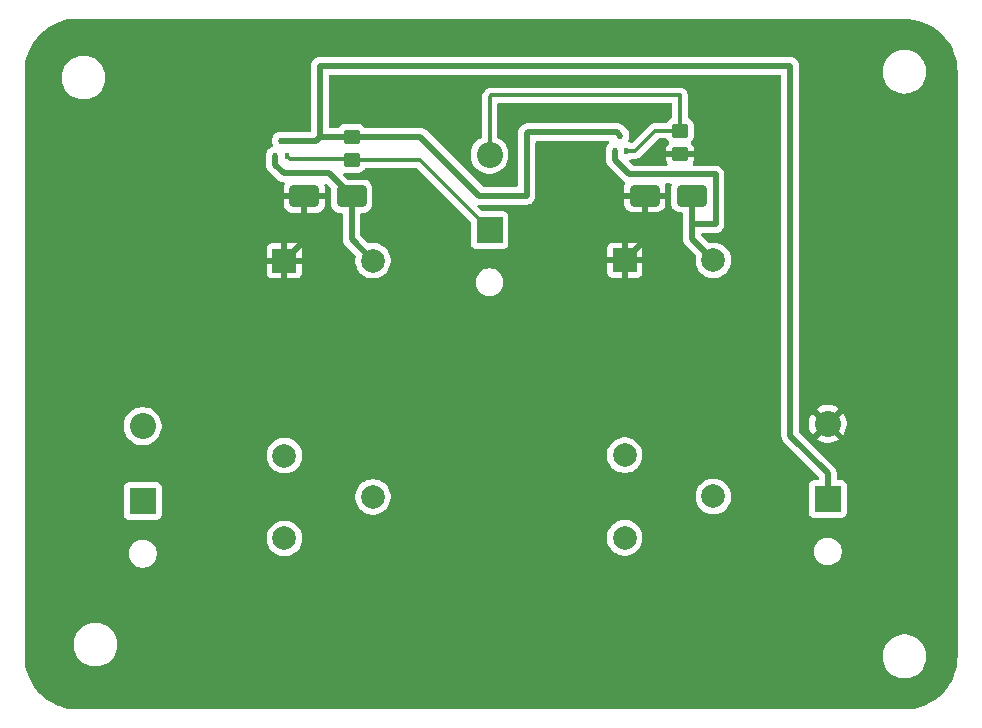
<source format=gtl>
G04 #@! TF.GenerationSoftware,KiCad,Pcbnew,9.0.0*
G04 #@! TF.CreationDate,2025-04-14T20:21:17-05:00*
G04 #@! TF.ProjectId,Charging_PCB,43686172-6769-46e6-975f-5043422e6b69,rev?*
G04 #@! TF.SameCoordinates,Original*
G04 #@! TF.FileFunction,Copper,L1,Top*
G04 #@! TF.FilePolarity,Positive*
%FSLAX46Y46*%
G04 Gerber Fmt 4.6, Leading zero omitted, Abs format (unit mm)*
G04 Created by KiCad (PCBNEW 9.0.0) date 2025-04-14 20:21:17*
%MOMM*%
%LPD*%
G01*
G04 APERTURE LIST*
G04 Aperture macros list*
%AMRoundRect*
0 Rectangle with rounded corners*
0 $1 Rounding radius*
0 $2 $3 $4 $5 $6 $7 $8 $9 X,Y pos of 4 corners*
0 Add a 4 corners polygon primitive as box body*
4,1,4,$2,$3,$4,$5,$6,$7,$8,$9,$2,$3,0*
0 Add four circle primitives for the rounded corners*
1,1,$1+$1,$2,$3*
1,1,$1+$1,$4,$5*
1,1,$1+$1,$6,$7*
1,1,$1+$1,$8,$9*
0 Add four rect primitives between the rounded corners*
20,1,$1+$1,$2,$3,$4,$5,0*
20,1,$1+$1,$4,$5,$6,$7,0*
20,1,$1+$1,$6,$7,$8,$9,0*
20,1,$1+$1,$8,$9,$2,$3,0*%
G04 Aperture macros list end*
G04 #@! TA.AperFunction,ComponentPad*
%ADD10R,2.210000X2.210000*%
G04 #@! TD*
G04 #@! TA.AperFunction,ComponentPad*
%ADD11C,2.210000*%
G04 #@! TD*
G04 #@! TA.AperFunction,ComponentPad*
%ADD12C,2.000000*%
G04 #@! TD*
G04 #@! TA.AperFunction,ComponentPad*
%ADD13R,2.000000X2.000000*%
G04 #@! TD*
G04 #@! TA.AperFunction,SMDPad,CuDef*
%ADD14RoundRect,0.250000X-0.450000X0.350000X-0.450000X-0.350000X0.450000X-0.350000X0.450000X0.350000X0*%
G04 #@! TD*
G04 #@! TA.AperFunction,SMDPad,CuDef*
%ADD15RoundRect,0.100000X-0.100000X0.155000X-0.100000X-0.155000X0.100000X-0.155000X0.100000X0.155000X0*%
G04 #@! TD*
G04 #@! TA.AperFunction,SMDPad,CuDef*
%ADD16RoundRect,0.250000X1.000000X0.650000X-1.000000X0.650000X-1.000000X-0.650000X1.000000X-0.650000X0*%
G04 #@! TD*
G04 #@! TA.AperFunction,Conductor*
%ADD17C,0.500000*%
G04 #@! TD*
G04 #@! TA.AperFunction,Conductor*
%ADD18C,0.200000*%
G04 #@! TD*
G04 #@! TA.AperFunction,Conductor*
%ADD19C,0.300000*%
G04 #@! TD*
G04 APERTURE END LIST*
D10*
X117000000Y-115350000D03*
D11*
X117000000Y-109000000D03*
D12*
X165312500Y-114962500D03*
X157812500Y-111462500D03*
X157812500Y-118462500D03*
D13*
X157812500Y-94962500D03*
D12*
X165312500Y-94962500D03*
D14*
X162500000Y-84000000D03*
X162500000Y-86000000D03*
D12*
X136500000Y-115000000D03*
X129000000Y-111500000D03*
X129000000Y-118500000D03*
D13*
X129000000Y-95000000D03*
D12*
X136500000Y-95000000D03*
D14*
X134687500Y-84500000D03*
X134687500Y-86500000D03*
D10*
X175000000Y-115172500D03*
D11*
X175000000Y-108822500D03*
D15*
X128187500Y-86120000D03*
X129187500Y-86120000D03*
X128687500Y-84830000D03*
X156950000Y-85707500D03*
X157950000Y-85707500D03*
X157450000Y-84417500D03*
D16*
X163500000Y-89500000D03*
X159500000Y-89500000D03*
X134687500Y-89537500D03*
X130687500Y-89537500D03*
D10*
X146365000Y-92387500D03*
D11*
X146365000Y-86037500D03*
D17*
X175000000Y-113000000D02*
X175000000Y-115172500D01*
X132000000Y-78500000D02*
X171812500Y-78500000D01*
X171812500Y-78500000D02*
X171812500Y-109812500D01*
X132000000Y-84537500D02*
X132000000Y-78500000D01*
X171812500Y-109812500D02*
X175000000Y-113000000D01*
X134687500Y-93187500D02*
X136500000Y-95000000D01*
X134687500Y-89537500D02*
X134687500Y-93187500D01*
X128926000Y-87601000D02*
X132751000Y-87601000D01*
X132751000Y-87601000D02*
X134687500Y-89537500D01*
X128187500Y-86862500D02*
X128926000Y-87601000D01*
X128187500Y-86120000D02*
X128187500Y-86862500D01*
X130687500Y-93312500D02*
X129000000Y-95000000D01*
X130687500Y-91537500D02*
X130687500Y-93312500D01*
X159500000Y-93275000D02*
X157812500Y-94962500D01*
X159500000Y-89500000D02*
X159500000Y-91500000D01*
X159500000Y-91500000D02*
X159500000Y-93275000D01*
X130687500Y-89537500D02*
X130687500Y-91537500D01*
X156950000Y-85707500D02*
X156950000Y-86450000D01*
X165500000Y-91900000D02*
X163500000Y-91900000D01*
X163500000Y-89500000D02*
X163500000Y-91900000D01*
X165500000Y-87700000D02*
X165500000Y-91900000D01*
X163500000Y-91900000D02*
X163500000Y-93150000D01*
X158200000Y-87700000D02*
X165500000Y-87700000D01*
X156950000Y-86450000D02*
X158200000Y-87700000D01*
X163500000Y-93150000D02*
X165312500Y-94962500D01*
X131707500Y-84830000D02*
X132000000Y-84537500D01*
X149500000Y-84250000D02*
X149500000Y-89500000D01*
X149500000Y-89500000D02*
X145500000Y-89500000D01*
X132000000Y-84537500D02*
X134650000Y-84537500D01*
X140500000Y-84500000D02*
X134687500Y-84500000D01*
D18*
X134650000Y-84537500D02*
X134687500Y-84500000D01*
D17*
X157157500Y-84125000D02*
X149625000Y-84125000D01*
X128687500Y-84830000D02*
X131707500Y-84830000D01*
X157450000Y-84417500D02*
X157157500Y-84125000D01*
X145500000Y-89500000D02*
X140500000Y-84500000D01*
X149625000Y-84125000D02*
X149500000Y-84250000D01*
D19*
X129187500Y-86120000D02*
X129480000Y-86412500D01*
X134687500Y-86500000D02*
X140477500Y-86500000D01*
D18*
X134600000Y-86412500D02*
X134687500Y-86500000D01*
D19*
X129480000Y-86412500D02*
X134600000Y-86412500D01*
X140477500Y-86500000D02*
X146365000Y-92387500D01*
X162500000Y-84000000D02*
X160400000Y-84000000D01*
X160400000Y-84000000D02*
X158692500Y-85707500D01*
X146500000Y-81000000D02*
X162500000Y-81000000D01*
X158692500Y-85707500D02*
X157950000Y-85707500D01*
X162500000Y-81000000D02*
X162500000Y-84000000D01*
X146365000Y-86037500D02*
X146365000Y-81135000D01*
D18*
X146365000Y-81135000D02*
X146500000Y-81000000D01*
G04 #@! TA.AperFunction,Conductor*
G36*
X181459088Y-74525540D02*
G01*
X181459175Y-74525564D01*
X181521099Y-74525563D01*
X181522394Y-74525563D01*
X181527774Y-74525680D01*
X181908787Y-74542313D01*
X181909636Y-74542351D01*
X181920413Y-74543294D01*
X182296686Y-74592829D01*
X182307317Y-74594703D01*
X182677877Y-74676851D01*
X182688292Y-74679642D01*
X182971256Y-74768858D01*
X183050262Y-74793769D01*
X183060427Y-74797469D01*
X183173267Y-74844207D01*
X183411061Y-74942703D01*
X183420841Y-74947263D01*
X183757495Y-75122512D01*
X183766863Y-75127921D01*
X184086952Y-75331837D01*
X184095803Y-75338034D01*
X184231283Y-75441991D01*
X184396899Y-75569072D01*
X184405186Y-75576025D01*
X184685007Y-75832431D01*
X184692651Y-75840075D01*
X184949056Y-76119891D01*
X184955997Y-76128162D01*
X185187044Y-76429267D01*
X185193248Y-76438128D01*
X185397163Y-76758207D01*
X185402572Y-76767576D01*
X185577811Y-77104208D01*
X185582383Y-77114012D01*
X185727620Y-77464641D01*
X185731320Y-77474806D01*
X185845444Y-77836759D01*
X185848244Y-77847208D01*
X185930389Y-78217739D01*
X185932267Y-78228393D01*
X185981803Y-78604655D01*
X185982746Y-78615431D01*
X185999382Y-78996449D01*
X185999500Y-79001858D01*
X185999500Y-128497293D01*
X185999382Y-128502702D01*
X185982614Y-128886750D01*
X185981671Y-128897526D01*
X185931849Y-129275957D01*
X185929971Y-129286610D01*
X185847354Y-129659272D01*
X185844554Y-129669721D01*
X185729775Y-130033755D01*
X185726075Y-130043921D01*
X185580002Y-130396572D01*
X185575430Y-130406376D01*
X185399183Y-130744942D01*
X185393775Y-130754310D01*
X185188681Y-131076244D01*
X185182476Y-131085105D01*
X184950110Y-131387930D01*
X184943156Y-131396217D01*
X184685284Y-131677635D01*
X184677635Y-131685284D01*
X184396217Y-131943156D01*
X184387930Y-131950110D01*
X184085105Y-132182476D01*
X184076244Y-132188681D01*
X183754310Y-132393775D01*
X183744942Y-132399183D01*
X183406376Y-132575430D01*
X183396572Y-132580002D01*
X183043921Y-132726075D01*
X183033755Y-132729775D01*
X182669721Y-132844554D01*
X182659272Y-132847354D01*
X182286610Y-132929971D01*
X182275957Y-132931849D01*
X181897526Y-132981671D01*
X181886750Y-132982614D01*
X181502703Y-132999382D01*
X181497294Y-132999500D01*
X111502706Y-132999500D01*
X111497297Y-132999382D01*
X111113249Y-132982614D01*
X111102473Y-132981671D01*
X110724042Y-132931849D01*
X110713389Y-132929971D01*
X110340727Y-132847354D01*
X110330278Y-132844554D01*
X109966244Y-132729775D01*
X109956078Y-132726075D01*
X109603427Y-132580002D01*
X109593623Y-132575430D01*
X109255057Y-132399183D01*
X109245689Y-132393775D01*
X108923755Y-132188681D01*
X108914894Y-132182476D01*
X108612069Y-131950110D01*
X108603782Y-131943156D01*
X108322364Y-131685284D01*
X108314715Y-131677635D01*
X108056843Y-131396217D01*
X108049889Y-131387930D01*
X107817523Y-131085105D01*
X107811318Y-131076244D01*
X107606224Y-130754310D01*
X107600816Y-130744942D01*
X107424569Y-130406376D01*
X107419997Y-130396572D01*
X107273920Y-130043911D01*
X107270224Y-130033755D01*
X107155442Y-129669710D01*
X107152648Y-129659284D01*
X107070025Y-129286597D01*
X107068152Y-129275971D01*
X107018326Y-128897506D01*
X107017386Y-128886771D01*
X107000618Y-128502702D01*
X107000500Y-128497293D01*
X107000500Y-127378711D01*
X111149500Y-127378711D01*
X111149500Y-127621288D01*
X111181161Y-127861785D01*
X111243947Y-128096104D01*
X111261390Y-128138214D01*
X111336776Y-128320212D01*
X111458064Y-128530289D01*
X111458066Y-128530292D01*
X111458067Y-128530293D01*
X111605733Y-128722736D01*
X111605739Y-128722743D01*
X111777256Y-128894260D01*
X111777262Y-128894265D01*
X111969711Y-129041936D01*
X112179788Y-129163224D01*
X112403900Y-129256054D01*
X112638211Y-129318838D01*
X112818586Y-129342584D01*
X112878711Y-129350500D01*
X112878712Y-129350500D01*
X113121289Y-129350500D01*
X113169388Y-129344167D01*
X113361789Y-129318838D01*
X113596100Y-129256054D01*
X113820212Y-129163224D01*
X114030289Y-129041936D01*
X114222738Y-128894265D01*
X114394265Y-128722738D01*
X114541936Y-128530289D01*
X114629450Y-128378711D01*
X179649500Y-128378711D01*
X179649500Y-128621288D01*
X179681161Y-128861785D01*
X179743947Y-129096104D01*
X179836207Y-129318838D01*
X179836776Y-129320212D01*
X179958064Y-129530289D01*
X179958066Y-129530292D01*
X179958067Y-129530293D01*
X180105733Y-129722736D01*
X180105739Y-129722743D01*
X180277256Y-129894260D01*
X180277262Y-129894265D01*
X180469711Y-130041936D01*
X180679788Y-130163224D01*
X180903900Y-130256054D01*
X181138211Y-130318838D01*
X181318586Y-130342584D01*
X181378711Y-130350500D01*
X181378712Y-130350500D01*
X181621289Y-130350500D01*
X181669388Y-130344167D01*
X181861789Y-130318838D01*
X182096100Y-130256054D01*
X182320212Y-130163224D01*
X182530289Y-130041936D01*
X182722738Y-129894265D01*
X182894265Y-129722738D01*
X183041936Y-129530289D01*
X183163224Y-129320212D01*
X183256054Y-129096100D01*
X183318838Y-128861789D01*
X183350500Y-128621288D01*
X183350500Y-128378712D01*
X183318838Y-128138211D01*
X183256054Y-127903900D01*
X183163224Y-127679788D01*
X183041936Y-127469711D01*
X182894265Y-127277262D01*
X182894260Y-127277256D01*
X182722743Y-127105739D01*
X182722736Y-127105733D01*
X182530293Y-126958067D01*
X182530292Y-126958066D01*
X182530289Y-126958064D01*
X182320212Y-126836776D01*
X182320205Y-126836773D01*
X182096104Y-126743947D01*
X181861785Y-126681161D01*
X181621289Y-126649500D01*
X181621288Y-126649500D01*
X181378712Y-126649500D01*
X181378711Y-126649500D01*
X181138214Y-126681161D01*
X180903895Y-126743947D01*
X180679794Y-126836773D01*
X180679785Y-126836777D01*
X180469706Y-126958067D01*
X180277263Y-127105733D01*
X180277256Y-127105739D01*
X180105739Y-127277256D01*
X180105733Y-127277263D01*
X179958067Y-127469706D01*
X179836777Y-127679785D01*
X179836773Y-127679794D01*
X179743947Y-127903895D01*
X179681161Y-128138214D01*
X179649500Y-128378711D01*
X114629450Y-128378711D01*
X114663224Y-128320212D01*
X114756054Y-128096100D01*
X114818838Y-127861789D01*
X114850500Y-127621288D01*
X114850500Y-127378712D01*
X114818838Y-127138211D01*
X114756054Y-126903900D01*
X114663224Y-126679788D01*
X114541936Y-126469711D01*
X114394265Y-126277262D01*
X114394260Y-126277256D01*
X114222743Y-126105739D01*
X114222736Y-126105733D01*
X114030293Y-125958067D01*
X114030292Y-125958066D01*
X114030289Y-125958064D01*
X113820212Y-125836776D01*
X113820205Y-125836773D01*
X113596104Y-125743947D01*
X113361785Y-125681161D01*
X113121289Y-125649500D01*
X113121288Y-125649500D01*
X112878712Y-125649500D01*
X112878711Y-125649500D01*
X112638214Y-125681161D01*
X112403895Y-125743947D01*
X112179794Y-125836773D01*
X112179785Y-125836777D01*
X111969706Y-125958067D01*
X111777263Y-126105733D01*
X111777256Y-126105739D01*
X111605739Y-126277256D01*
X111605733Y-126277263D01*
X111458067Y-126469706D01*
X111336777Y-126679785D01*
X111336773Y-126679794D01*
X111243947Y-126903895D01*
X111181161Y-127138214D01*
X111149500Y-127378711D01*
X107000500Y-127378711D01*
X107000500Y-119707093D01*
X115819500Y-119707093D01*
X115819500Y-119892906D01*
X115848568Y-120076435D01*
X115848568Y-120076438D01*
X115905986Y-120253152D01*
X115905988Y-120253155D01*
X115990346Y-120418717D01*
X116099565Y-120569044D01*
X116230956Y-120700435D01*
X116381283Y-120809654D01*
X116546845Y-120894012D01*
X116546847Y-120894013D01*
X116723562Y-120951431D01*
X116723563Y-120951431D01*
X116723566Y-120951432D01*
X116907093Y-120980500D01*
X116907094Y-120980500D01*
X117092906Y-120980500D01*
X117092907Y-120980500D01*
X117276434Y-120951432D01*
X117276437Y-120951431D01*
X117276438Y-120951431D01*
X117453152Y-120894013D01*
X117453152Y-120894012D01*
X117453155Y-120894012D01*
X117618717Y-120809654D01*
X117769044Y-120700435D01*
X117900435Y-120569044D01*
X118009654Y-120418717D01*
X118094012Y-120253155D01*
X118151432Y-120076434D01*
X118180500Y-119892907D01*
X118180500Y-119707093D01*
X118151432Y-119523566D01*
X118151431Y-119523562D01*
X118151431Y-119523561D01*
X118094013Y-119346847D01*
X118093613Y-119346061D01*
X118009654Y-119181283D01*
X117900435Y-119030956D01*
X117769044Y-118899565D01*
X117618717Y-118790346D01*
X117453152Y-118705986D01*
X117276437Y-118648568D01*
X117138788Y-118626767D01*
X117092907Y-118619500D01*
X116907093Y-118619500D01*
X116845917Y-118629189D01*
X116723564Y-118648568D01*
X116723561Y-118648568D01*
X116546847Y-118705986D01*
X116381282Y-118790346D01*
X116297293Y-118851368D01*
X116230956Y-118899565D01*
X116230954Y-118899567D01*
X116230953Y-118899567D01*
X116099567Y-119030953D01*
X116099567Y-119030954D01*
X116099565Y-119030956D01*
X116066842Y-119075996D01*
X115990346Y-119181282D01*
X115905986Y-119346847D01*
X115848568Y-119523561D01*
X115848568Y-119523564D01*
X115819500Y-119707093D01*
X107000500Y-119707093D01*
X107000500Y-118381902D01*
X127499500Y-118381902D01*
X127499500Y-118618097D01*
X127536446Y-118851368D01*
X127609433Y-119075996D01*
X127663080Y-119181283D01*
X127716657Y-119286433D01*
X127855483Y-119477510D01*
X128022490Y-119644517D01*
X128213567Y-119783343D01*
X128312991Y-119834002D01*
X128424003Y-119890566D01*
X128424005Y-119890566D01*
X128424008Y-119890568D01*
X128533219Y-119926053D01*
X128648631Y-119963553D01*
X128881903Y-120000500D01*
X128881908Y-120000500D01*
X129118097Y-120000500D01*
X129351368Y-119963553D01*
X129353070Y-119963000D01*
X129575992Y-119890568D01*
X129786433Y-119783343D01*
X129977510Y-119644517D01*
X130144517Y-119477510D01*
X130283343Y-119286433D01*
X130390568Y-119075992D01*
X130463553Y-118851368D01*
X130473218Y-118790346D01*
X130500500Y-118618097D01*
X130500500Y-118381902D01*
X130496862Y-118358934D01*
X130494560Y-118344402D01*
X156312000Y-118344402D01*
X156312000Y-118580597D01*
X156348946Y-118813868D01*
X156421933Y-119038496D01*
X156529157Y-119248933D01*
X156667983Y-119440010D01*
X156834990Y-119607017D01*
X157026067Y-119745843D01*
X157099663Y-119783342D01*
X157236503Y-119853066D01*
X157236505Y-119853066D01*
X157236508Y-119853068D01*
X157351915Y-119890566D01*
X157461131Y-119926053D01*
X157694403Y-119963000D01*
X157694408Y-119963000D01*
X157930597Y-119963000D01*
X158163868Y-119926053D01*
X158388492Y-119853068D01*
X158598933Y-119745843D01*
X158790010Y-119607017D01*
X158867434Y-119529593D01*
X173819500Y-119529593D01*
X173819500Y-119715407D01*
X173824321Y-119745843D01*
X173848568Y-119898935D01*
X173848568Y-119898938D01*
X173905986Y-120075652D01*
X173990346Y-120241217D01*
X174099565Y-120391544D01*
X174230956Y-120522935D01*
X174381283Y-120632154D01*
X174515286Y-120700432D01*
X174546847Y-120716513D01*
X174723562Y-120773931D01*
X174723563Y-120773931D01*
X174723566Y-120773932D01*
X174907093Y-120803000D01*
X174907094Y-120803000D01*
X175092906Y-120803000D01*
X175092907Y-120803000D01*
X175276434Y-120773932D01*
X175276437Y-120773931D01*
X175276438Y-120773931D01*
X175453152Y-120716513D01*
X175453152Y-120716512D01*
X175453155Y-120716512D01*
X175618717Y-120632154D01*
X175769044Y-120522935D01*
X175900435Y-120391544D01*
X176009654Y-120241217D01*
X176094012Y-120075655D01*
X176151432Y-119898934D01*
X176180500Y-119715407D01*
X176180500Y-119529593D01*
X176151432Y-119346066D01*
X176151431Y-119346062D01*
X176151431Y-119346061D01*
X176094013Y-119169347D01*
X176023498Y-119030954D01*
X176009654Y-119003783D01*
X175900435Y-118853456D01*
X175769044Y-118722065D01*
X175618717Y-118612846D01*
X175555415Y-118580592D01*
X175453152Y-118528486D01*
X175276437Y-118471068D01*
X175138788Y-118449267D01*
X175092907Y-118442000D01*
X174907093Y-118442000D01*
X174845917Y-118451689D01*
X174723564Y-118471068D01*
X174723561Y-118471068D01*
X174546847Y-118528486D01*
X174381282Y-118612846D01*
X174295515Y-118675159D01*
X174230956Y-118722065D01*
X174230954Y-118722067D01*
X174230953Y-118722067D01*
X174099567Y-118853453D01*
X174099567Y-118853454D01*
X174099565Y-118853456D01*
X174052659Y-118918015D01*
X173990346Y-119003782D01*
X173905986Y-119169347D01*
X173848568Y-119346061D01*
X173848568Y-119346064D01*
X173833688Y-119440011D01*
X173819500Y-119529593D01*
X158867434Y-119529593D01*
X158957017Y-119440010D01*
X159095843Y-119248933D01*
X159203068Y-119038492D01*
X159276053Y-118813868D01*
X159313000Y-118580597D01*
X159313000Y-118344402D01*
X159276053Y-118111131D01*
X159242189Y-118006912D01*
X159203068Y-117886508D01*
X159203066Y-117886505D01*
X159203066Y-117886503D01*
X159114950Y-117713567D01*
X159095843Y-117676067D01*
X158957017Y-117484990D01*
X158790010Y-117317983D01*
X158598933Y-117179157D01*
X158388496Y-117071933D01*
X158163868Y-116998946D01*
X157930597Y-116962000D01*
X157930592Y-116962000D01*
X157694408Y-116962000D01*
X157694403Y-116962000D01*
X157461131Y-116998946D01*
X157236503Y-117071933D01*
X157026066Y-117179157D01*
X156917050Y-117258362D01*
X156834990Y-117317983D01*
X156834988Y-117317985D01*
X156834987Y-117317985D01*
X156667985Y-117484987D01*
X156667985Y-117484988D01*
X156667983Y-117484990D01*
X156640740Y-117522487D01*
X156529157Y-117676066D01*
X156421933Y-117886503D01*
X156348946Y-118111131D01*
X156312000Y-118344402D01*
X130494560Y-118344402D01*
X130463553Y-118148631D01*
X130390566Y-117924003D01*
X130283342Y-117713566D01*
X130144517Y-117522490D01*
X129977510Y-117355483D01*
X129786433Y-117216657D01*
X129575996Y-117109433D01*
X129351368Y-117036446D01*
X129118097Y-116999500D01*
X129118092Y-116999500D01*
X128881908Y-116999500D01*
X128881903Y-116999500D01*
X128648631Y-117036446D01*
X128424003Y-117109433D01*
X128213566Y-117216657D01*
X128104550Y-117295862D01*
X128022490Y-117355483D01*
X128022488Y-117355485D01*
X128022487Y-117355485D01*
X127855485Y-117522487D01*
X127855485Y-117522488D01*
X127855483Y-117522490D01*
X127795862Y-117604550D01*
X127716657Y-117713566D01*
X127609433Y-117924003D01*
X127536446Y-118148631D01*
X127499500Y-118381902D01*
X107000500Y-118381902D01*
X107000500Y-114197135D01*
X115394500Y-114197135D01*
X115394500Y-116502870D01*
X115394501Y-116502876D01*
X115400908Y-116562483D01*
X115451202Y-116697328D01*
X115451206Y-116697335D01*
X115537452Y-116812544D01*
X115537455Y-116812547D01*
X115652664Y-116898793D01*
X115652671Y-116898797D01*
X115787517Y-116949091D01*
X115787516Y-116949091D01*
X115794444Y-116949835D01*
X115847127Y-116955500D01*
X118152872Y-116955499D01*
X118212483Y-116949091D01*
X118347331Y-116898796D01*
X118462546Y-116812546D01*
X118548796Y-116697331D01*
X118599091Y-116562483D01*
X118605500Y-116502873D01*
X118605499Y-114881902D01*
X134999500Y-114881902D01*
X134999500Y-115118097D01*
X135036446Y-115351368D01*
X135109433Y-115575996D01*
X135197550Y-115748933D01*
X135216657Y-115786433D01*
X135355483Y-115977510D01*
X135522490Y-116144517D01*
X135713567Y-116283343D01*
X135796075Y-116325383D01*
X135924003Y-116390566D01*
X135924005Y-116390566D01*
X135924008Y-116390568D01*
X136033219Y-116426053D01*
X136148631Y-116463553D01*
X136381903Y-116500500D01*
X136381908Y-116500500D01*
X136618097Y-116500500D01*
X136851368Y-116463553D01*
X136853070Y-116463000D01*
X137075992Y-116390568D01*
X137286433Y-116283343D01*
X137477510Y-116144517D01*
X137644517Y-115977510D01*
X137783343Y-115786433D01*
X137890568Y-115575992D01*
X137963553Y-115351368D01*
X137969492Y-115313868D01*
X138000500Y-115118097D01*
X138000500Y-114881902D01*
X137996862Y-114858934D01*
X137994560Y-114844402D01*
X163812000Y-114844402D01*
X163812000Y-115080597D01*
X163848946Y-115313868D01*
X163921933Y-115538496D01*
X164029157Y-115748933D01*
X164167983Y-115940010D01*
X164334990Y-116107017D01*
X164526067Y-116245843D01*
X164599663Y-116283342D01*
X164736503Y-116353066D01*
X164736505Y-116353066D01*
X164736508Y-116353068D01*
X164834729Y-116384982D01*
X164961131Y-116426053D01*
X165194403Y-116463000D01*
X165194408Y-116463000D01*
X165430597Y-116463000D01*
X165663868Y-116426053D01*
X165888492Y-116353068D01*
X166098933Y-116245843D01*
X166290010Y-116107017D01*
X166457017Y-115940010D01*
X166595843Y-115748933D01*
X166703068Y-115538492D01*
X166776053Y-115313868D01*
X166813000Y-115080597D01*
X166813000Y-114844402D01*
X166776053Y-114611131D01*
X166742189Y-114506912D01*
X166703068Y-114386508D01*
X166703066Y-114386505D01*
X166703066Y-114386503D01*
X166614950Y-114213567D01*
X166595843Y-114176067D01*
X166457017Y-113984990D01*
X166290010Y-113817983D01*
X166098933Y-113679157D01*
X165888496Y-113571933D01*
X165663868Y-113498946D01*
X165430597Y-113462000D01*
X165430592Y-113462000D01*
X165194408Y-113462000D01*
X165194403Y-113462000D01*
X164961131Y-113498946D01*
X164736503Y-113571933D01*
X164526066Y-113679157D01*
X164427309Y-113750909D01*
X164334990Y-113817983D01*
X164334988Y-113817985D01*
X164334987Y-113817985D01*
X164167985Y-113984987D01*
X164167985Y-113984988D01*
X164167983Y-113984990D01*
X164142812Y-114019635D01*
X164029157Y-114176066D01*
X163921933Y-114386503D01*
X163848946Y-114611131D01*
X163812000Y-114844402D01*
X137994560Y-114844402D01*
X137963553Y-114648631D01*
X137890566Y-114424003D01*
X137783342Y-114213566D01*
X137771399Y-114197128D01*
X137644517Y-114022490D01*
X137477510Y-113855483D01*
X137286433Y-113716657D01*
X137273274Y-113709952D01*
X137075996Y-113609433D01*
X136851368Y-113536446D01*
X136618097Y-113499500D01*
X136618092Y-113499500D01*
X136381908Y-113499500D01*
X136381903Y-113499500D01*
X136148631Y-113536446D01*
X135924003Y-113609433D01*
X135713566Y-113716657D01*
X135666423Y-113750909D01*
X135522490Y-113855483D01*
X135522488Y-113855485D01*
X135522487Y-113855485D01*
X135355485Y-114022487D01*
X135355485Y-114022488D01*
X135355483Y-114022490D01*
X135295862Y-114104550D01*
X135216657Y-114213566D01*
X135109433Y-114424003D01*
X135036446Y-114648631D01*
X134999500Y-114881902D01*
X118605499Y-114881902D01*
X118605499Y-114197128D01*
X118599091Y-114137517D01*
X118555121Y-114019628D01*
X118548797Y-114002671D01*
X118548793Y-114002664D01*
X118462547Y-113887455D01*
X118462544Y-113887452D01*
X118347335Y-113801206D01*
X118347328Y-113801202D01*
X118212482Y-113750908D01*
X118212483Y-113750908D01*
X118152883Y-113744501D01*
X118152881Y-113744500D01*
X118152873Y-113744500D01*
X118152864Y-113744500D01*
X115847129Y-113744500D01*
X115847123Y-113744501D01*
X115787516Y-113750908D01*
X115652671Y-113801202D01*
X115652664Y-113801206D01*
X115537455Y-113887452D01*
X115537452Y-113887455D01*
X115451206Y-114002664D01*
X115451202Y-114002671D01*
X115400908Y-114137517D01*
X115396764Y-114176066D01*
X115394501Y-114197123D01*
X115394500Y-114197135D01*
X107000500Y-114197135D01*
X107000500Y-111381902D01*
X127499500Y-111381902D01*
X127499500Y-111618097D01*
X127536446Y-111851368D01*
X127609433Y-112075996D01*
X127697550Y-112248933D01*
X127716657Y-112286433D01*
X127855483Y-112477510D01*
X128022490Y-112644517D01*
X128213567Y-112783343D01*
X128312991Y-112834002D01*
X128424003Y-112890566D01*
X128424005Y-112890566D01*
X128424008Y-112890568D01*
X128544412Y-112929689D01*
X128648631Y-112963553D01*
X128881903Y-113000500D01*
X128881908Y-113000500D01*
X129118097Y-113000500D01*
X129351368Y-112963553D01*
X129353070Y-112963000D01*
X129575992Y-112890568D01*
X129786433Y-112783343D01*
X129977510Y-112644517D01*
X130144517Y-112477510D01*
X130283343Y-112286433D01*
X130390568Y-112075992D01*
X130463553Y-111851368D01*
X130469492Y-111813868D01*
X130500500Y-111618097D01*
X130500500Y-111381902D01*
X130496862Y-111358934D01*
X130494560Y-111344402D01*
X156312000Y-111344402D01*
X156312000Y-111580597D01*
X156348946Y-111813868D01*
X156421933Y-112038496D01*
X156529157Y-112248933D01*
X156667983Y-112440010D01*
X156834990Y-112607017D01*
X157026067Y-112745843D01*
X157095245Y-112781091D01*
X157236503Y-112853066D01*
X157236505Y-112853066D01*
X157236508Y-112853068D01*
X157351915Y-112890566D01*
X157461131Y-112926053D01*
X157694403Y-112963000D01*
X157694408Y-112963000D01*
X157930597Y-112963000D01*
X158163868Y-112926053D01*
X158388492Y-112853068D01*
X158598933Y-112745843D01*
X158790010Y-112607017D01*
X158957017Y-112440010D01*
X159095843Y-112248933D01*
X159203068Y-112038492D01*
X159276053Y-111813868D01*
X159313000Y-111580597D01*
X159313000Y-111344402D01*
X159276053Y-111111131D01*
X159242189Y-111006912D01*
X159203068Y-110886508D01*
X159203066Y-110886505D01*
X159203066Y-110886503D01*
X159114950Y-110713567D01*
X159095843Y-110676067D01*
X158957017Y-110484990D01*
X158790010Y-110317983D01*
X158598933Y-110179157D01*
X158388496Y-110071933D01*
X158163868Y-109998946D01*
X157930597Y-109962000D01*
X157930592Y-109962000D01*
X157694408Y-109962000D01*
X157694403Y-109962000D01*
X157461131Y-109998946D01*
X157236503Y-110071933D01*
X157026066Y-110179157D01*
X156917050Y-110258362D01*
X156834990Y-110317983D01*
X156834988Y-110317985D01*
X156834987Y-110317985D01*
X156667985Y-110484987D01*
X156667985Y-110484988D01*
X156667983Y-110484990D01*
X156640740Y-110522487D01*
X156529157Y-110676066D01*
X156421933Y-110886503D01*
X156348946Y-111111131D01*
X156312000Y-111344402D01*
X130494560Y-111344402D01*
X130463553Y-111148631D01*
X130390566Y-110924003D01*
X130283342Y-110713566D01*
X130144517Y-110522490D01*
X129977510Y-110355483D01*
X129786433Y-110216657D01*
X129744357Y-110195218D01*
X129575996Y-110109433D01*
X129351368Y-110036446D01*
X129118097Y-109999500D01*
X129118092Y-109999500D01*
X128881908Y-109999500D01*
X128881903Y-109999500D01*
X128648631Y-110036446D01*
X128424003Y-110109433D01*
X128213566Y-110216657D01*
X128111367Y-110290910D01*
X128022490Y-110355483D01*
X128022488Y-110355485D01*
X128022487Y-110355485D01*
X127855485Y-110522487D01*
X127855485Y-110522488D01*
X127855483Y-110522490D01*
X127795862Y-110604550D01*
X127716657Y-110713566D01*
X127609433Y-110924003D01*
X127536446Y-111148631D01*
X127499500Y-111381902D01*
X107000500Y-111381902D01*
X107000500Y-108873638D01*
X115394500Y-108873638D01*
X115394500Y-109126361D01*
X115434032Y-109375956D01*
X115512125Y-109616302D01*
X115581522Y-109752500D01*
X115626853Y-109841466D01*
X115775393Y-110045913D01*
X115954087Y-110224607D01*
X116158534Y-110373147D01*
X116264916Y-110427351D01*
X116383697Y-110487874D01*
X116383699Y-110487874D01*
X116383702Y-110487876D01*
X116624044Y-110565968D01*
X116752638Y-110586335D01*
X116873639Y-110605500D01*
X116873644Y-110605500D01*
X117126361Y-110605500D01*
X117236665Y-110588028D01*
X117375956Y-110565968D01*
X117616298Y-110487876D01*
X117841466Y-110373147D01*
X118045913Y-110224607D01*
X118224607Y-110045913D01*
X118373147Y-109841466D01*
X118487876Y-109616298D01*
X118565968Y-109375956D01*
X118588028Y-109236665D01*
X118605500Y-109126361D01*
X118605500Y-108873638D01*
X118582892Y-108730903D01*
X118565968Y-108624044D01*
X118487876Y-108383702D01*
X118487874Y-108383699D01*
X118487874Y-108383697D01*
X118373146Y-108158533D01*
X118224607Y-107954087D01*
X118045913Y-107775393D01*
X117841466Y-107626853D01*
X117616302Y-107512125D01*
X117375956Y-107434032D01*
X117126361Y-107394500D01*
X117126356Y-107394500D01*
X116873644Y-107394500D01*
X116873639Y-107394500D01*
X116624043Y-107434032D01*
X116383697Y-107512125D01*
X116158533Y-107626853D01*
X116041889Y-107711600D01*
X115954087Y-107775393D01*
X115954085Y-107775395D01*
X115954084Y-107775395D01*
X115775395Y-107954084D01*
X115775395Y-107954085D01*
X115775393Y-107954087D01*
X115743238Y-107998345D01*
X115626853Y-108158533D01*
X115512125Y-108383697D01*
X115434032Y-108624043D01*
X115394500Y-108873638D01*
X107000500Y-108873638D01*
X107000500Y-96744593D01*
X145184500Y-96744593D01*
X145184500Y-96930406D01*
X145213568Y-97113935D01*
X145213568Y-97113938D01*
X145270986Y-97290652D01*
X145270988Y-97290655D01*
X145355346Y-97456217D01*
X145464565Y-97606544D01*
X145595956Y-97737935D01*
X145746283Y-97847154D01*
X145911845Y-97931512D01*
X145911847Y-97931513D01*
X146088562Y-97988931D01*
X146088563Y-97988931D01*
X146088566Y-97988932D01*
X146272093Y-98018000D01*
X146272094Y-98018000D01*
X146457906Y-98018000D01*
X146457907Y-98018000D01*
X146641434Y-97988932D01*
X146641437Y-97988931D01*
X146641438Y-97988931D01*
X146818152Y-97931513D01*
X146818152Y-97931512D01*
X146818155Y-97931512D01*
X146983717Y-97847154D01*
X147134044Y-97737935D01*
X147265435Y-97606544D01*
X147374654Y-97456217D01*
X147459012Y-97290655D01*
X147516432Y-97113934D01*
X147545500Y-96930407D01*
X147545500Y-96744593D01*
X147516432Y-96561066D01*
X147516431Y-96561062D01*
X147516431Y-96561061D01*
X147459013Y-96384347D01*
X147445174Y-96357187D01*
X147374654Y-96218783D01*
X147265435Y-96068456D01*
X147134044Y-95937065D01*
X146983717Y-95827846D01*
X146818152Y-95743486D01*
X146641437Y-95686068D01*
X146503788Y-95664267D01*
X146457907Y-95657000D01*
X146272093Y-95657000D01*
X146210917Y-95666689D01*
X146088564Y-95686068D01*
X146088561Y-95686068D01*
X145911847Y-95743486D01*
X145746282Y-95827846D01*
X145660515Y-95890159D01*
X145595956Y-95937065D01*
X145595954Y-95937067D01*
X145595953Y-95937067D01*
X145464567Y-96068453D01*
X145464567Y-96068454D01*
X145464565Y-96068456D01*
X145436551Y-96107014D01*
X145355346Y-96218782D01*
X145270986Y-96384347D01*
X145213568Y-96561061D01*
X145213568Y-96561064D01*
X145184500Y-96744593D01*
X107000500Y-96744593D01*
X107000500Y-93952155D01*
X127500000Y-93952155D01*
X127500000Y-94750000D01*
X128399999Y-94750000D01*
X128374979Y-94810402D01*
X128350000Y-94935981D01*
X128350000Y-95064019D01*
X128374979Y-95189598D01*
X128399999Y-95250000D01*
X127500000Y-95250000D01*
X127500000Y-96047844D01*
X127506401Y-96107372D01*
X127506403Y-96107379D01*
X127556645Y-96242086D01*
X127556649Y-96242093D01*
X127642809Y-96357187D01*
X127642812Y-96357190D01*
X127757906Y-96443350D01*
X127757913Y-96443354D01*
X127892620Y-96493596D01*
X127892627Y-96493598D01*
X127952155Y-96499999D01*
X127952172Y-96500000D01*
X128750000Y-96500000D01*
X128750000Y-95600001D01*
X128810402Y-95625021D01*
X128935981Y-95650000D01*
X129064019Y-95650000D01*
X129189598Y-95625021D01*
X129250000Y-95600001D01*
X129250000Y-96500000D01*
X130047828Y-96500000D01*
X130047844Y-96499999D01*
X130107372Y-96493598D01*
X130107379Y-96493596D01*
X130242086Y-96443354D01*
X130242093Y-96443350D01*
X130357187Y-96357190D01*
X130357190Y-96357187D01*
X130443350Y-96242093D01*
X130443354Y-96242086D01*
X130493596Y-96107379D01*
X130493598Y-96107372D01*
X130499999Y-96047844D01*
X130500000Y-96047827D01*
X130500000Y-95250000D01*
X129600001Y-95250000D01*
X129625021Y-95189598D01*
X129650000Y-95064019D01*
X129650000Y-94935981D01*
X129625021Y-94810402D01*
X129600001Y-94750000D01*
X130500000Y-94750000D01*
X130500000Y-93952172D01*
X130499999Y-93952155D01*
X130493598Y-93892627D01*
X130493596Y-93892620D01*
X130443354Y-93757913D01*
X130443350Y-93757906D01*
X130357190Y-93642812D01*
X130357187Y-93642809D01*
X130242093Y-93556649D01*
X130242086Y-93556645D01*
X130107379Y-93506403D01*
X130107372Y-93506401D01*
X130047844Y-93500000D01*
X129250000Y-93500000D01*
X129250000Y-94399998D01*
X129189598Y-94374979D01*
X129064019Y-94350000D01*
X128935981Y-94350000D01*
X128810402Y-94374979D01*
X128750000Y-94399998D01*
X128750000Y-93500000D01*
X127952155Y-93500000D01*
X127892627Y-93506401D01*
X127892620Y-93506403D01*
X127757913Y-93556645D01*
X127757906Y-93556649D01*
X127642812Y-93642809D01*
X127642809Y-93642812D01*
X127556649Y-93757906D01*
X127556645Y-93757913D01*
X127506403Y-93892620D01*
X127506401Y-93892627D01*
X127500000Y-93952155D01*
X107000500Y-93952155D01*
X107000500Y-90237486D01*
X128937501Y-90237486D01*
X128947994Y-90340197D01*
X129003141Y-90506619D01*
X129003143Y-90506624D01*
X129095184Y-90655845D01*
X129219154Y-90779815D01*
X129368375Y-90871856D01*
X129368380Y-90871858D01*
X129534802Y-90927005D01*
X129534809Y-90927006D01*
X129637519Y-90937499D01*
X130437499Y-90937499D01*
X130937500Y-90937499D01*
X131737472Y-90937499D01*
X131737486Y-90937498D01*
X131840197Y-90927005D01*
X132006619Y-90871858D01*
X132006624Y-90871856D01*
X132155845Y-90779815D01*
X132279815Y-90655845D01*
X132371856Y-90506624D01*
X132371858Y-90506619D01*
X132427005Y-90340197D01*
X132427006Y-90340190D01*
X132437499Y-90237486D01*
X132437500Y-90237473D01*
X132437500Y-89787500D01*
X130937500Y-89787500D01*
X130937500Y-90937499D01*
X130437499Y-90937499D01*
X130437500Y-90937498D01*
X130437500Y-89787500D01*
X128937501Y-89787500D01*
X128937501Y-90237486D01*
X107000500Y-90237486D01*
X107000500Y-86936420D01*
X127436999Y-86936420D01*
X127465840Y-87081407D01*
X127465843Y-87081417D01*
X127522412Y-87217988D01*
X127522420Y-87218002D01*
X127551131Y-87260970D01*
X127551132Y-87260973D01*
X127551133Y-87260973D01*
X127589675Y-87318657D01*
X127604551Y-87340920D01*
X127604552Y-87340921D01*
X128447584Y-88183952D01*
X128447586Y-88183954D01*
X128475621Y-88202685D01*
X128521270Y-88233186D01*
X128570505Y-88266084D01*
X128611226Y-88282951D01*
X128707088Y-88322659D01*
X128823241Y-88345763D01*
X128852082Y-88351500D01*
X128852083Y-88351500D01*
X128919092Y-88351500D01*
X128923422Y-88351804D01*
X128952266Y-88362519D01*
X128981778Y-88371185D01*
X128984713Y-88374573D01*
X128988918Y-88376135D01*
X129007392Y-88400745D01*
X129027533Y-88423989D01*
X129028170Y-88428425D01*
X129030864Y-88432013D01*
X129033099Y-88462702D01*
X129037477Y-88493147D01*
X129035678Y-88498108D01*
X129035940Y-88501698D01*
X129031263Y-88510289D01*
X129020278Y-88540597D01*
X129003143Y-88568375D01*
X129003141Y-88568380D01*
X128947994Y-88734802D01*
X128947993Y-88734809D01*
X128937500Y-88837513D01*
X128937500Y-89287500D01*
X132437499Y-89287500D01*
X132437499Y-88837528D01*
X132437498Y-88837513D01*
X132427006Y-88734804D01*
X132395110Y-88638551D01*
X132392708Y-88568722D01*
X132428439Y-88508680D01*
X132490959Y-88477487D01*
X132560419Y-88485047D01*
X132600497Y-88511865D01*
X132900681Y-88812048D01*
X132934166Y-88873371D01*
X132937000Y-88899729D01*
X132937000Y-90237501D01*
X132937001Y-90237518D01*
X132947500Y-90340296D01*
X132947501Y-90340299D01*
X132967569Y-90400858D01*
X133002686Y-90506834D01*
X133094788Y-90656156D01*
X133218844Y-90780212D01*
X133368166Y-90872314D01*
X133534703Y-90927499D01*
X133637491Y-90938000D01*
X133813000Y-90937999D01*
X133880039Y-90957683D01*
X133925794Y-91010487D01*
X133937000Y-91061999D01*
X133937000Y-93261418D01*
X133937000Y-93261420D01*
X133936999Y-93261420D01*
X133965840Y-93406407D01*
X133965843Y-93406417D01*
X134022414Y-93542992D01*
X134041750Y-93571930D01*
X134041751Y-93571933D01*
X134104546Y-93665914D01*
X134104552Y-93665921D01*
X134998719Y-94560087D01*
X135032204Y-94621410D01*
X135033511Y-94667166D01*
X134999500Y-94881902D01*
X134999500Y-95118097D01*
X135036446Y-95351368D01*
X135109433Y-95575996D01*
X135165518Y-95686068D01*
X135216657Y-95786433D01*
X135355483Y-95977510D01*
X135522490Y-96144517D01*
X135713567Y-96283343D01*
X135784896Y-96319687D01*
X135924003Y-96390566D01*
X135924005Y-96390566D01*
X135924008Y-96390568D01*
X136033219Y-96426053D01*
X136148631Y-96463553D01*
X136381903Y-96500500D01*
X136381908Y-96500500D01*
X136618097Y-96500500D01*
X136851368Y-96463553D01*
X136874318Y-96456096D01*
X137075992Y-96390568D01*
X137286433Y-96283343D01*
X137477510Y-96144517D01*
X137644517Y-95977510D01*
X137783343Y-95786433D01*
X137890568Y-95575992D01*
X137963553Y-95351368D01*
X137979608Y-95250000D01*
X137996755Y-95141740D01*
X137996755Y-95141739D01*
X138000500Y-95118095D01*
X138000500Y-94881902D01*
X137963553Y-94648631D01*
X137913671Y-94495112D01*
X137890568Y-94424008D01*
X137890566Y-94424005D01*
X137890566Y-94424003D01*
X137783342Y-94213566D01*
X137644517Y-94022490D01*
X137477510Y-93855483D01*
X137286433Y-93716657D01*
X137075996Y-93609433D01*
X136851368Y-93536446D01*
X136618097Y-93499500D01*
X136618092Y-93499500D01*
X136381908Y-93499500D01*
X136381903Y-93499500D01*
X136167166Y-93533511D01*
X136097872Y-93524556D01*
X136060087Y-93498719D01*
X135474319Y-92912951D01*
X135440834Y-92851628D01*
X135438000Y-92825270D01*
X135438000Y-91061999D01*
X135457685Y-90994960D01*
X135510489Y-90949205D01*
X135562000Y-90937999D01*
X135737502Y-90937999D01*
X135737508Y-90937999D01*
X135840297Y-90927499D01*
X136006834Y-90872314D01*
X136156156Y-90780212D01*
X136280212Y-90656156D01*
X136372314Y-90506834D01*
X136427499Y-90340297D01*
X136438000Y-90237509D01*
X136437999Y-88837492D01*
X136434170Y-88800013D01*
X136427499Y-88734703D01*
X136427498Y-88734700D01*
X136415106Y-88697304D01*
X136372314Y-88568166D01*
X136280212Y-88418844D01*
X136156156Y-88294788D01*
X136006834Y-88202686D01*
X135840297Y-88147501D01*
X135840295Y-88147500D01*
X135737516Y-88137000D01*
X135737509Y-88137000D01*
X134399730Y-88137000D01*
X134332691Y-88117315D01*
X134312049Y-88100681D01*
X134015590Y-87804222D01*
X133982105Y-87742899D01*
X133987089Y-87673207D01*
X134028961Y-87617274D01*
X134094425Y-87592857D01*
X134115868Y-87593182D01*
X134187491Y-87600500D01*
X135187508Y-87600499D01*
X135187516Y-87600498D01*
X135187519Y-87600498D01*
X135259127Y-87593183D01*
X135290297Y-87589999D01*
X135456834Y-87534814D01*
X135606156Y-87442712D01*
X135730212Y-87318656D01*
X135797599Y-87209402D01*
X135849547Y-87162679D01*
X135903138Y-87150500D01*
X140156692Y-87150500D01*
X140223731Y-87170185D01*
X140244373Y-87186819D01*
X144723181Y-91665627D01*
X144756666Y-91726950D01*
X144759500Y-91753308D01*
X144759501Y-93540370D01*
X144765908Y-93599983D01*
X144816202Y-93734828D01*
X144816206Y-93734835D01*
X144902452Y-93850044D01*
X144902455Y-93850047D01*
X145017664Y-93936293D01*
X145017671Y-93936297D01*
X145152517Y-93986591D01*
X145152516Y-93986591D01*
X145159444Y-93987335D01*
X145212127Y-93993000D01*
X147517872Y-93992999D01*
X147577483Y-93986591D01*
X147712331Y-93936296D01*
X147741240Y-93914655D01*
X156312500Y-93914655D01*
X156312500Y-94712500D01*
X157212499Y-94712500D01*
X157187479Y-94772902D01*
X157162500Y-94898481D01*
X157162500Y-95026519D01*
X157187479Y-95152098D01*
X157212499Y-95212500D01*
X156312500Y-95212500D01*
X156312500Y-96010344D01*
X156318901Y-96069872D01*
X156318903Y-96069879D01*
X156369145Y-96204586D01*
X156369149Y-96204593D01*
X156455309Y-96319687D01*
X156455312Y-96319690D01*
X156570406Y-96405850D01*
X156570413Y-96405854D01*
X156705120Y-96456096D01*
X156705127Y-96456098D01*
X156764655Y-96462499D01*
X156764672Y-96462500D01*
X157562500Y-96462500D01*
X157562500Y-95562501D01*
X157622902Y-95587521D01*
X157748481Y-95612500D01*
X157876519Y-95612500D01*
X158002098Y-95587521D01*
X158062500Y-95562501D01*
X158062500Y-96462500D01*
X158860328Y-96462500D01*
X158860344Y-96462499D01*
X158919872Y-96456098D01*
X158919879Y-96456096D01*
X159054586Y-96405854D01*
X159054593Y-96405850D01*
X159169687Y-96319690D01*
X159169690Y-96319687D01*
X159255850Y-96204593D01*
X159255854Y-96204586D01*
X159306096Y-96069879D01*
X159306098Y-96069872D01*
X159312499Y-96010344D01*
X159312500Y-96010327D01*
X159312500Y-95212500D01*
X158412501Y-95212500D01*
X158437521Y-95152098D01*
X158462500Y-95026519D01*
X158462500Y-94898481D01*
X158437521Y-94772902D01*
X158412501Y-94712500D01*
X159312500Y-94712500D01*
X159312500Y-93914672D01*
X159312499Y-93914655D01*
X159306098Y-93855127D01*
X159306096Y-93855120D01*
X159255854Y-93720413D01*
X159255850Y-93720406D01*
X159169690Y-93605312D01*
X159169687Y-93605309D01*
X159054593Y-93519149D01*
X159054586Y-93519145D01*
X158919879Y-93468903D01*
X158919872Y-93468901D01*
X158860344Y-93462500D01*
X158062500Y-93462500D01*
X158062500Y-94362498D01*
X158002098Y-94337479D01*
X157876519Y-94312500D01*
X157748481Y-94312500D01*
X157622902Y-94337479D01*
X157562500Y-94362498D01*
X157562500Y-93462500D01*
X156764655Y-93462500D01*
X156705127Y-93468901D01*
X156705120Y-93468903D01*
X156570413Y-93519145D01*
X156570406Y-93519149D01*
X156455312Y-93605309D01*
X156455309Y-93605312D01*
X156369149Y-93720406D01*
X156369145Y-93720413D01*
X156318903Y-93855120D01*
X156318901Y-93855127D01*
X156312500Y-93914655D01*
X147741240Y-93914655D01*
X147827546Y-93850046D01*
X147913796Y-93734831D01*
X147964091Y-93599983D01*
X147970500Y-93540373D01*
X147970499Y-91234628D01*
X147964091Y-91175017D01*
X147953622Y-91146949D01*
X147913797Y-91040171D01*
X147913793Y-91040164D01*
X147827547Y-90924955D01*
X147827544Y-90924952D01*
X147712335Y-90838706D01*
X147712328Y-90838702D01*
X147577482Y-90788408D01*
X147577483Y-90788408D01*
X147517883Y-90782001D01*
X147517881Y-90782000D01*
X147517873Y-90782000D01*
X147517865Y-90782000D01*
X145730808Y-90782000D01*
X145663769Y-90762315D01*
X145643127Y-90745681D01*
X145359627Y-90462181D01*
X145326142Y-90400858D01*
X145331126Y-90331166D01*
X145372998Y-90275233D01*
X145438462Y-90250816D01*
X145447308Y-90250500D01*
X149573920Y-90250500D01*
X149671462Y-90231096D01*
X149718913Y-90221658D01*
X149771234Y-90199986D01*
X157750001Y-90199986D01*
X157760494Y-90302697D01*
X157815641Y-90469119D01*
X157815643Y-90469124D01*
X157907684Y-90618345D01*
X158031654Y-90742315D01*
X158180875Y-90834356D01*
X158180880Y-90834358D01*
X158347302Y-90889505D01*
X158347309Y-90889506D01*
X158450019Y-90899999D01*
X159249999Y-90899999D01*
X159750000Y-90899999D01*
X160549972Y-90899999D01*
X160549986Y-90899998D01*
X160652697Y-90889505D01*
X160819119Y-90834358D01*
X160819124Y-90834356D01*
X160968345Y-90742315D01*
X161092315Y-90618345D01*
X161184356Y-90469124D01*
X161184358Y-90469119D01*
X161239505Y-90302697D01*
X161239506Y-90302690D01*
X161249999Y-90199986D01*
X161250000Y-90199973D01*
X161250000Y-89750000D01*
X159750000Y-89750000D01*
X159750000Y-90899999D01*
X159249999Y-90899999D01*
X159250000Y-90899998D01*
X159250000Y-89750000D01*
X157750001Y-89750000D01*
X157750001Y-90199986D01*
X149771234Y-90199986D01*
X149855495Y-90165084D01*
X149978416Y-90082951D01*
X150082951Y-89978416D01*
X150165084Y-89855495D01*
X150221658Y-89718913D01*
X150221659Y-89718908D01*
X150230504Y-89674445D01*
X150230504Y-89674443D01*
X150250499Y-89573922D01*
X150250500Y-89573920D01*
X150250500Y-84999500D01*
X150270185Y-84932461D01*
X150322989Y-84886706D01*
X150374500Y-84875500D01*
X156380562Y-84875500D01*
X156447601Y-84895185D01*
X156493356Y-84947989D01*
X156503300Y-85017147D01*
X156474275Y-85080703D01*
X156456048Y-85097876D01*
X156421719Y-85124216D01*
X156325463Y-85249660D01*
X156264955Y-85395739D01*
X156263677Y-85400509D01*
X156258466Y-85415859D01*
X156228341Y-85488590D01*
X156228340Y-85488593D01*
X156199500Y-85633579D01*
X156199500Y-85633582D01*
X156199500Y-86523918D01*
X156199500Y-86523920D01*
X156199499Y-86523920D01*
X156228340Y-86668907D01*
X156228342Y-86668913D01*
X156284915Y-86805493D01*
X156286668Y-86808116D01*
X156286672Y-86808128D01*
X156286675Y-86808127D01*
X156356868Y-86913181D01*
X156367051Y-86928420D01*
X156367052Y-86928421D01*
X157721583Y-88282951D01*
X157721586Y-88282954D01*
X157739298Y-88294788D01*
X157781010Y-88322658D01*
X157797066Y-88333386D01*
X157808944Y-88347600D01*
X157841867Y-88386995D01*
X157841867Y-88386998D01*
X157841869Y-88387000D01*
X157845096Y-88412697D01*
X157850576Y-88456320D01*
X157850574Y-88456323D01*
X157850575Y-88456325D01*
X157850571Y-88456333D01*
X157833712Y-88501581D01*
X157815645Y-88530873D01*
X157815641Y-88530880D01*
X157760494Y-88697302D01*
X157760493Y-88697309D01*
X157750000Y-88800013D01*
X157750000Y-89250000D01*
X161249999Y-89250000D01*
X161249999Y-88800028D01*
X161249998Y-88800013D01*
X161239506Y-88697304D01*
X161211737Y-88613505D01*
X161209335Y-88543676D01*
X161245066Y-88483634D01*
X161307587Y-88452441D01*
X161329443Y-88450500D01*
X161670031Y-88450500D01*
X161737070Y-88470185D01*
X161782825Y-88522989D01*
X161792769Y-88592147D01*
X161787739Y-88613492D01*
X161760138Y-88696788D01*
X161760000Y-88697206D01*
X161749500Y-88799983D01*
X161749500Y-90200001D01*
X161749501Y-90200018D01*
X161760000Y-90302796D01*
X161760001Y-90302799D01*
X161815185Y-90469331D01*
X161815187Y-90469336D01*
X161838314Y-90506831D01*
X161907288Y-90618656D01*
X162031344Y-90742712D01*
X162180666Y-90834814D01*
X162347203Y-90889999D01*
X162449991Y-90900500D01*
X162625500Y-90900499D01*
X162692539Y-90920183D01*
X162738294Y-90972987D01*
X162749500Y-91024499D01*
X162749500Y-91826082D01*
X162749500Y-93223918D01*
X162749500Y-93223920D01*
X162749499Y-93223920D01*
X162778340Y-93368907D01*
X162778343Y-93368917D01*
X162834914Y-93505492D01*
X162834915Y-93505494D01*
X162834916Y-93505495D01*
X162855597Y-93536447D01*
X162858219Y-93540370D01*
X162858220Y-93540373D01*
X162917046Y-93628414D01*
X162917052Y-93628421D01*
X163811219Y-94522587D01*
X163844704Y-94583910D01*
X163846011Y-94629666D01*
X163812000Y-94844402D01*
X163812000Y-95080597D01*
X163848946Y-95313868D01*
X163921933Y-95538496D01*
X164026382Y-95743486D01*
X164029157Y-95748933D01*
X164167983Y-95940010D01*
X164334990Y-96107017D01*
X164526067Y-96245843D01*
X164599663Y-96283342D01*
X164736503Y-96353066D01*
X164736505Y-96353066D01*
X164736508Y-96353068D01*
X164832775Y-96384347D01*
X164961131Y-96426053D01*
X165194403Y-96463000D01*
X165194408Y-96463000D01*
X165430597Y-96463000D01*
X165663868Y-96426053D01*
X165888492Y-96353068D01*
X166098933Y-96245843D01*
X166290010Y-96107017D01*
X166457017Y-95940010D01*
X166595843Y-95748933D01*
X166703068Y-95538492D01*
X166776053Y-95313868D01*
X166792108Y-95212500D01*
X166813000Y-95080597D01*
X166813000Y-94844402D01*
X166776053Y-94611131D01*
X166726171Y-94457612D01*
X166703068Y-94386508D01*
X166703066Y-94386505D01*
X166703066Y-94386503D01*
X166614950Y-94213567D01*
X166595843Y-94176067D01*
X166457017Y-93984990D01*
X166290010Y-93817983D01*
X166098933Y-93679157D01*
X166072942Y-93665914D01*
X165888496Y-93571933D01*
X165663868Y-93498946D01*
X165430597Y-93462000D01*
X165430592Y-93462000D01*
X165194408Y-93462000D01*
X165194403Y-93462000D01*
X164979666Y-93496011D01*
X164910372Y-93487056D01*
X164872587Y-93461219D01*
X164286819Y-92875451D01*
X164272115Y-92848523D01*
X164255523Y-92822705D01*
X164254631Y-92816504D01*
X164253334Y-92814128D01*
X164250500Y-92787770D01*
X164250500Y-92774500D01*
X164270185Y-92707461D01*
X164322989Y-92661706D01*
X164374500Y-92650500D01*
X165573920Y-92650500D01*
X165671462Y-92631096D01*
X165718913Y-92621658D01*
X165855495Y-92565084D01*
X165978416Y-92482951D01*
X166082951Y-92378416D01*
X166165084Y-92255495D01*
X166221658Y-92118913D01*
X166250500Y-91973918D01*
X166250500Y-87626082D01*
X166250500Y-87626079D01*
X166221659Y-87481092D01*
X166221658Y-87481091D01*
X166221658Y-87481087D01*
X166192481Y-87410647D01*
X166165087Y-87344511D01*
X166165080Y-87344498D01*
X166082951Y-87221584D01*
X166082948Y-87221580D01*
X165978419Y-87117051D01*
X165978415Y-87117048D01*
X165855501Y-87034919D01*
X165855488Y-87034912D01*
X165718917Y-86978343D01*
X165718907Y-86978340D01*
X165573920Y-86949500D01*
X165573918Y-86949500D01*
X163683594Y-86949500D01*
X163616555Y-86929815D01*
X163570800Y-86877011D01*
X163560856Y-86807853D01*
X163578055Y-86760403D01*
X163634356Y-86669124D01*
X163634358Y-86669119D01*
X163689505Y-86502697D01*
X163689506Y-86502690D01*
X163699999Y-86399986D01*
X163700000Y-86399973D01*
X163700000Y-86250000D01*
X161300001Y-86250000D01*
X161300001Y-86399986D01*
X161310494Y-86502697D01*
X161365641Y-86669119D01*
X161365643Y-86669124D01*
X161421945Y-86760403D01*
X161440385Y-86827796D01*
X161419462Y-86894459D01*
X161365820Y-86939229D01*
X161316406Y-86949500D01*
X158562230Y-86949500D01*
X158495191Y-86929815D01*
X158474549Y-86913181D01*
X158198084Y-86636716D01*
X158183362Y-86609755D01*
X158166768Y-86583902D01*
X158166770Y-86579369D01*
X158164599Y-86575393D01*
X158166790Y-86544750D01*
X158166808Y-86514032D01*
X158169259Y-86510221D01*
X158169583Y-86505701D01*
X158187994Y-86481106D01*
X158204616Y-86455276D01*
X158209665Y-86452158D01*
X158211455Y-86449768D01*
X158234318Y-86436211D01*
X158236258Y-86435325D01*
X158352841Y-86387036D01*
X158368485Y-86375031D01*
X158381327Y-86369176D01*
X158402504Y-86366143D01*
X158422457Y-86358430D01*
X158432774Y-86358000D01*
X158756571Y-86358000D01*
X158841115Y-86341182D01*
X158882244Y-86333001D01*
X159000627Y-86283965D01*
X159024196Y-86268217D01*
X159024197Y-86268217D01*
X159086284Y-86226731D01*
X159107169Y-86212777D01*
X160633127Y-84686819D01*
X160694450Y-84653334D01*
X160720808Y-84650500D01*
X161284362Y-84650500D01*
X161351401Y-84670185D01*
X161389899Y-84709401D01*
X161453735Y-84812895D01*
X161457289Y-84818657D01*
X161551304Y-84912672D01*
X161584789Y-84973995D01*
X161579805Y-85043687D01*
X161551305Y-85088034D01*
X161457682Y-85181657D01*
X161365643Y-85330875D01*
X161365641Y-85330880D01*
X161310494Y-85497302D01*
X161310493Y-85497309D01*
X161300000Y-85600013D01*
X161300000Y-85750000D01*
X163699999Y-85750000D01*
X163699999Y-85600028D01*
X163699998Y-85600013D01*
X163689505Y-85497302D01*
X163634358Y-85330880D01*
X163634356Y-85330875D01*
X163542315Y-85181654D01*
X163448695Y-85088034D01*
X163415210Y-85026711D01*
X163420194Y-84957019D01*
X163448691Y-84912676D01*
X163542712Y-84818656D01*
X163634814Y-84669334D01*
X163689999Y-84502797D01*
X163700500Y-84400009D01*
X163700499Y-83599992D01*
X163689999Y-83497203D01*
X163634814Y-83330666D01*
X163542712Y-83181344D01*
X163418656Y-83057288D01*
X163269334Y-82965186D01*
X163269328Y-82965184D01*
X163235494Y-82953972D01*
X163178050Y-82914199D01*
X163151228Y-82849683D01*
X163150500Y-82836267D01*
X163150500Y-80935928D01*
X163125502Y-80810261D01*
X163125501Y-80810260D01*
X163125501Y-80810256D01*
X163076465Y-80691873D01*
X163076464Y-80691872D01*
X163076461Y-80691866D01*
X163005276Y-80585331D01*
X163005273Y-80585327D01*
X162914672Y-80494726D01*
X162914668Y-80494723D01*
X162808133Y-80423538D01*
X162808124Y-80423533D01*
X162689744Y-80374499D01*
X162689738Y-80374497D01*
X162564071Y-80349500D01*
X162564069Y-80349500D01*
X146435931Y-80349500D01*
X146435929Y-80349500D01*
X146310261Y-80374497D01*
X146310255Y-80374499D01*
X146191875Y-80423533D01*
X146191866Y-80423538D01*
X146085332Y-80494722D01*
X145994723Y-80585332D01*
X145994719Y-80585337D01*
X145990639Y-80591443D01*
X145956443Y-80625639D01*
X145950337Y-80629719D01*
X145950332Y-80629723D01*
X145859722Y-80720332D01*
X145788538Y-80826866D01*
X145788533Y-80826875D01*
X145739499Y-80945255D01*
X145739497Y-80945261D01*
X145714500Y-81070928D01*
X145714500Y-84491062D01*
X145694815Y-84558101D01*
X145646796Y-84601546D01*
X145523536Y-84664351D01*
X145492612Y-84686819D01*
X145319087Y-84812893D01*
X145319085Y-84812895D01*
X145319084Y-84812895D01*
X145140395Y-84991584D01*
X145140395Y-84991585D01*
X145140393Y-84991587D01*
X145076600Y-85079389D01*
X144991853Y-85196033D01*
X144877125Y-85421197D01*
X144799032Y-85661543D01*
X144759500Y-85911138D01*
X144759500Y-86163861D01*
X144799032Y-86413456D01*
X144877125Y-86653802D01*
X144990857Y-86877011D01*
X144991853Y-86878966D01*
X145140393Y-87083413D01*
X145319087Y-87262107D01*
X145523534Y-87410647D01*
X145586461Y-87442710D01*
X145748697Y-87525374D01*
X145748699Y-87525374D01*
X145748702Y-87525376D01*
X145989044Y-87603468D01*
X146117638Y-87623835D01*
X146238639Y-87643000D01*
X146238644Y-87643000D01*
X146491361Y-87643000D01*
X146601665Y-87625528D01*
X146740956Y-87603468D01*
X146981298Y-87525376D01*
X147206466Y-87410647D01*
X147410913Y-87262107D01*
X147589607Y-87083413D01*
X147738147Y-86878966D01*
X147852876Y-86653798D01*
X147930968Y-86413456D01*
X147953971Y-86268216D01*
X147970500Y-86163861D01*
X147970500Y-85911138D01*
X147944978Y-85750000D01*
X147930968Y-85661544D01*
X147852876Y-85421202D01*
X147852874Y-85421199D01*
X147852874Y-85421197D01*
X147738146Y-85196033D01*
X147727699Y-85181654D01*
X147589607Y-84991587D01*
X147410913Y-84812893D01*
X147206466Y-84664353D01*
X147206465Y-84664352D01*
X147206463Y-84664351D01*
X147083204Y-84601546D01*
X147032409Y-84553571D01*
X147015500Y-84491062D01*
X147015500Y-81774500D01*
X147035185Y-81707461D01*
X147087989Y-81661706D01*
X147139500Y-81650500D01*
X161725500Y-81650500D01*
X161792539Y-81670185D01*
X161838294Y-81722989D01*
X161849500Y-81774500D01*
X161849500Y-82836267D01*
X161829815Y-82903306D01*
X161777011Y-82949061D01*
X161764506Y-82953972D01*
X161730671Y-82965184D01*
X161730663Y-82965187D01*
X161581342Y-83057289D01*
X161457289Y-83181342D01*
X161389901Y-83290597D01*
X161337953Y-83337321D01*
X161284362Y-83349500D01*
X160335929Y-83349500D01*
X160210261Y-83374497D01*
X160210251Y-83374500D01*
X160161220Y-83394810D01*
X160091881Y-83423530D01*
X160091863Y-83423540D01*
X159985332Y-83494721D01*
X159985325Y-83494727D01*
X158481607Y-84998446D01*
X158465380Y-85007306D01*
X158452163Y-85020239D01*
X158435348Y-85023705D01*
X158420284Y-85031931D01*
X158401841Y-85030612D01*
X158383732Y-85034345D01*
X158354251Y-85027208D01*
X158350592Y-85026947D01*
X158349328Y-85026467D01*
X158347872Y-85025905D01*
X158206762Y-84967456D01*
X158190771Y-84965350D01*
X158176996Y-84960041D01*
X158160504Y-84947412D01*
X158141512Y-84939011D01*
X158133327Y-84926602D01*
X158121522Y-84917563D01*
X158114475Y-84898022D01*
X158103041Y-84880687D01*
X158102864Y-84865821D01*
X158097821Y-84851836D01*
X158102457Y-84831589D01*
X158102210Y-84810822D01*
X158107033Y-84796886D01*
X158135044Y-84729262D01*
X158135044Y-84729255D01*
X158136315Y-84724513D01*
X158141535Y-84709133D01*
X158171656Y-84636416D01*
X158171658Y-84636412D01*
X158200499Y-84491417D01*
X158200499Y-84343582D01*
X158171658Y-84198587D01*
X158141532Y-84125858D01*
X158136316Y-84110489D01*
X158135042Y-84105732D01*
X158074536Y-83959660D01*
X158074536Y-83959659D01*
X157978282Y-83834218D01*
X157852841Y-83737964D01*
X157852839Y-83737963D01*
X157839759Y-83732545D01*
X157799533Y-83705666D01*
X157635915Y-83542047D01*
X157635914Y-83542046D01*
X157562229Y-83492812D01*
X157562229Y-83492813D01*
X157512991Y-83459913D01*
X157376417Y-83403343D01*
X157376407Y-83403340D01*
X157231420Y-83374500D01*
X157231418Y-83374500D01*
X149551082Y-83374500D01*
X149551076Y-83374500D01*
X149522242Y-83380234D01*
X149522243Y-83380235D01*
X149406093Y-83403339D01*
X149406083Y-83403342D01*
X149326081Y-83436479D01*
X149326082Y-83436480D01*
X149269502Y-83459917D01*
X149220269Y-83492813D01*
X149146588Y-83542044D01*
X149146580Y-83542050D01*
X148917048Y-83771583D01*
X148897244Y-83801222D01*
X148877572Y-83830666D01*
X148856244Y-83862585D01*
X148834916Y-83894504D01*
X148834912Y-83894511D01*
X148778343Y-84031082D01*
X148778340Y-84031092D01*
X148749500Y-84176079D01*
X148749500Y-88625500D01*
X148729815Y-88692539D01*
X148677011Y-88738294D01*
X148625500Y-88749500D01*
X145862230Y-88749500D01*
X145795191Y-88729815D01*
X145774549Y-88713181D01*
X140978421Y-83917052D01*
X140978414Y-83917046D01*
X140904729Y-83867812D01*
X140904729Y-83867813D01*
X140855491Y-83834913D01*
X140718917Y-83778343D01*
X140718907Y-83778340D01*
X140573920Y-83749500D01*
X140573918Y-83749500D01*
X135841458Y-83749500D01*
X135774419Y-83729815D01*
X135735920Y-83690598D01*
X135730212Y-83681344D01*
X135606157Y-83557289D01*
X135606156Y-83557288D01*
X135456834Y-83465186D01*
X135290297Y-83410001D01*
X135290295Y-83410000D01*
X135187510Y-83399500D01*
X134187498Y-83399500D01*
X134187480Y-83399501D01*
X134084703Y-83410000D01*
X134084700Y-83410001D01*
X133918168Y-83465185D01*
X133918163Y-83465187D01*
X133768842Y-83557289D01*
X133644789Y-83681342D01*
X133644788Y-83681344D01*
X133624331Y-83714511D01*
X133615951Y-83728097D01*
X133564003Y-83774821D01*
X133510412Y-83787000D01*
X132874500Y-83787000D01*
X132807461Y-83767315D01*
X132761706Y-83714511D01*
X132750500Y-83663000D01*
X132750500Y-79374500D01*
X132770185Y-79307461D01*
X132822989Y-79261706D01*
X132874500Y-79250500D01*
X170938000Y-79250500D01*
X171005039Y-79270185D01*
X171050794Y-79322989D01*
X171062000Y-79374500D01*
X171062000Y-109886418D01*
X171062000Y-109886420D01*
X171061999Y-109886420D01*
X171090840Y-110031407D01*
X171090843Y-110031417D01*
X171147412Y-110167988D01*
X171147416Y-110167995D01*
X171179931Y-110216657D01*
X171179932Y-110216659D01*
X171229543Y-110290910D01*
X171229547Y-110290915D01*
X174213181Y-113274549D01*
X174227884Y-113301476D01*
X174244477Y-113327295D01*
X174245368Y-113333495D01*
X174246666Y-113335872D01*
X174249500Y-113362230D01*
X174249500Y-113443000D01*
X174229815Y-113510039D01*
X174177011Y-113555794D01*
X174125500Y-113567000D01*
X173847130Y-113567000D01*
X173847123Y-113567001D01*
X173787516Y-113573408D01*
X173652671Y-113623702D01*
X173652664Y-113623706D01*
X173537455Y-113709952D01*
X173537452Y-113709955D01*
X173451206Y-113825164D01*
X173451202Y-113825171D01*
X173400908Y-113960017D01*
X173396323Y-114002669D01*
X173394501Y-114019623D01*
X173394500Y-114019635D01*
X173394500Y-116325370D01*
X173394501Y-116325376D01*
X173400908Y-116384983D01*
X173451202Y-116519828D01*
X173451206Y-116519835D01*
X173537452Y-116635044D01*
X173537455Y-116635047D01*
X173652664Y-116721293D01*
X173652671Y-116721297D01*
X173787517Y-116771591D01*
X173787516Y-116771591D01*
X173794444Y-116772335D01*
X173847127Y-116778000D01*
X176152872Y-116777999D01*
X176212483Y-116771591D01*
X176347331Y-116721296D01*
X176462546Y-116635046D01*
X176548796Y-116519831D01*
X176599091Y-116384983D01*
X176605500Y-116325373D01*
X176605499Y-114019628D01*
X176599091Y-113960017D01*
X176560102Y-113855483D01*
X176548797Y-113825171D01*
X176548793Y-113825164D01*
X176462547Y-113709955D01*
X176462544Y-113709952D01*
X176347335Y-113623706D01*
X176347328Y-113623702D01*
X176212482Y-113573408D01*
X176212483Y-113573408D01*
X176152883Y-113567001D01*
X176152881Y-113567000D01*
X176152873Y-113567000D01*
X176152865Y-113567000D01*
X175874500Y-113567000D01*
X175807461Y-113547315D01*
X175761706Y-113494511D01*
X175750500Y-113443000D01*
X175750500Y-112926081D01*
X175750499Y-112926080D01*
X175743436Y-112890568D01*
X175721659Y-112781088D01*
X175665084Y-112644506D01*
X175665084Y-112644505D01*
X175612770Y-112566211D01*
X175593613Y-112537540D01*
X175582954Y-112521586D01*
X172599319Y-109537951D01*
X172565834Y-109476628D01*
X172563000Y-109450270D01*
X172563000Y-108696178D01*
X173395000Y-108696178D01*
X173395000Y-108948821D01*
X173434519Y-109198338D01*
X173512589Y-109438610D01*
X173627281Y-109663703D01*
X173702169Y-109766776D01*
X173702169Y-109766777D01*
X174187893Y-109281052D01*
X174277622Y-109415341D01*
X174407159Y-109544878D01*
X174541446Y-109634605D01*
X174055721Y-110120329D01*
X174158796Y-110195218D01*
X174383889Y-110309910D01*
X174624161Y-110387980D01*
X174873679Y-110427500D01*
X175126321Y-110427500D01*
X175375838Y-110387980D01*
X175616110Y-110309910D01*
X175841202Y-110195219D01*
X175944276Y-110120329D01*
X175944277Y-110120329D01*
X175458553Y-109634605D01*
X175592841Y-109544878D01*
X175722378Y-109415341D01*
X175812105Y-109281053D01*
X176297829Y-109766777D01*
X176297829Y-109766776D01*
X176372719Y-109663702D01*
X176487410Y-109438610D01*
X176565480Y-109198338D01*
X176605000Y-108948821D01*
X176605000Y-108696178D01*
X176565480Y-108446661D01*
X176487410Y-108206389D01*
X176372718Y-107981296D01*
X176297829Y-107878222D01*
X176297829Y-107878221D01*
X175812105Y-108363945D01*
X175722378Y-108229659D01*
X175592841Y-108100122D01*
X175458551Y-108010393D01*
X175944277Y-107524669D01*
X175841203Y-107449781D01*
X175616110Y-107335089D01*
X175375838Y-107257019D01*
X175126321Y-107217500D01*
X174873679Y-107217500D01*
X174624161Y-107257019D01*
X174383889Y-107335089D01*
X174158793Y-107449783D01*
X174055722Y-107524668D01*
X174055721Y-107524669D01*
X174541446Y-108010394D01*
X174407159Y-108100122D01*
X174277622Y-108229659D01*
X174187894Y-108363946D01*
X173702169Y-107878221D01*
X173702168Y-107878222D01*
X173627283Y-107981293D01*
X173512589Y-108206389D01*
X173434519Y-108446661D01*
X173395000Y-108696178D01*
X172563000Y-108696178D01*
X172563000Y-78878711D01*
X179649500Y-78878711D01*
X179649500Y-79121288D01*
X179681161Y-79361785D01*
X179743947Y-79596104D01*
X179754379Y-79621288D01*
X179836776Y-79820212D01*
X179958064Y-80030289D01*
X179958066Y-80030292D01*
X179958067Y-80030293D01*
X180105733Y-80222736D01*
X180105739Y-80222743D01*
X180277256Y-80394260D01*
X180277262Y-80394265D01*
X180469711Y-80541936D01*
X180679788Y-80663224D01*
X180903900Y-80756054D01*
X181138211Y-80818838D01*
X181318586Y-80842584D01*
X181378711Y-80850500D01*
X181378712Y-80850500D01*
X181621289Y-80850500D01*
X181669388Y-80844167D01*
X181861789Y-80818838D01*
X182096100Y-80756054D01*
X182320212Y-80663224D01*
X182530289Y-80541936D01*
X182722738Y-80394265D01*
X182894265Y-80222738D01*
X183041936Y-80030289D01*
X183163224Y-79820212D01*
X183256054Y-79596100D01*
X183318838Y-79361789D01*
X183350500Y-79121288D01*
X183350500Y-78878712D01*
X183318838Y-78638211D01*
X183256054Y-78403900D01*
X183163224Y-78179788D01*
X183041936Y-77969711D01*
X182934946Y-77830278D01*
X182894266Y-77777263D01*
X182894260Y-77777256D01*
X182722743Y-77605739D01*
X182722736Y-77605733D01*
X182530293Y-77458067D01*
X182530292Y-77458066D01*
X182530289Y-77458064D01*
X182320212Y-77336776D01*
X182320205Y-77336773D01*
X182096104Y-77243947D01*
X181861785Y-77181161D01*
X181621289Y-77149500D01*
X181621288Y-77149500D01*
X181378712Y-77149500D01*
X181378711Y-77149500D01*
X181138214Y-77181161D01*
X180903895Y-77243947D01*
X180679794Y-77336773D01*
X180679785Y-77336777D01*
X180469706Y-77458067D01*
X180277263Y-77605733D01*
X180277256Y-77605739D01*
X180105739Y-77777256D01*
X180105733Y-77777263D01*
X179958067Y-77969706D01*
X179836777Y-78179785D01*
X179836773Y-78179794D01*
X179743947Y-78403895D01*
X179681161Y-78638214D01*
X179649500Y-78878711D01*
X172563000Y-78878711D01*
X172563000Y-78426079D01*
X172534159Y-78281092D01*
X172534158Y-78281091D01*
X172534158Y-78281087D01*
X172532571Y-78277256D01*
X172477587Y-78144511D01*
X172477580Y-78144498D01*
X172395451Y-78021584D01*
X172395448Y-78021580D01*
X172290919Y-77917051D01*
X172290915Y-77917048D01*
X172168001Y-77834919D01*
X172167988Y-77834912D01*
X172031417Y-77778343D01*
X172031407Y-77778340D01*
X171886420Y-77749500D01*
X171886418Y-77749500D01*
X132073918Y-77749500D01*
X131926082Y-77749500D01*
X131926080Y-77749500D01*
X131781092Y-77778340D01*
X131781082Y-77778343D01*
X131644511Y-77834912D01*
X131644498Y-77834919D01*
X131521584Y-77917048D01*
X131521580Y-77917051D01*
X131417051Y-78021580D01*
X131417048Y-78021584D01*
X131334919Y-78144498D01*
X131334912Y-78144511D01*
X131278343Y-78281082D01*
X131278340Y-78281092D01*
X131249500Y-78426079D01*
X131249500Y-83955500D01*
X131229815Y-84022539D01*
X131177011Y-84068294D01*
X131125500Y-84079500D01*
X128872966Y-84079500D01*
X128856781Y-84078439D01*
X128826861Y-84074500D01*
X128548136Y-84074500D01*
X128430746Y-84089953D01*
X128430737Y-84089956D01*
X128284660Y-84150463D01*
X128159218Y-84246718D01*
X128062963Y-84372160D01*
X128002455Y-84518239D01*
X128001177Y-84523009D01*
X127995966Y-84538359D01*
X127965841Y-84611090D01*
X127965840Y-84611093D01*
X127937000Y-84756079D01*
X127937000Y-84756082D01*
X127937000Y-84903918D01*
X127937000Y-84903920D01*
X127936999Y-84903920D01*
X127965840Y-85048907D01*
X127965843Y-85048917D01*
X127995964Y-85121635D01*
X127996803Y-85123714D01*
X128001729Y-85136243D01*
X128002456Y-85141762D01*
X128030875Y-85210372D01*
X128031305Y-85211465D01*
X128034314Y-85245182D01*
X128037935Y-85278855D01*
X128037413Y-85279897D01*
X128037517Y-85281058D01*
X128021819Y-85311049D01*
X128006660Y-85341334D01*
X128005657Y-85341929D01*
X128005117Y-85342961D01*
X127975700Y-85359702D01*
X127946571Y-85376986D01*
X127944698Y-85377346D01*
X127944393Y-85377521D01*
X127943926Y-85377495D01*
X127932094Y-85379777D01*
X127930743Y-85379954D01*
X127930737Y-85379956D01*
X127784660Y-85440463D01*
X127659218Y-85536718D01*
X127562963Y-85662160D01*
X127502455Y-85808239D01*
X127501177Y-85813009D01*
X127495966Y-85828359D01*
X127465841Y-85901090D01*
X127465840Y-85901093D01*
X127437000Y-86046079D01*
X127437000Y-86046082D01*
X127437000Y-86936418D01*
X127437000Y-86936420D01*
X127436999Y-86936420D01*
X107000500Y-86936420D01*
X107000500Y-79378711D01*
X110149500Y-79378711D01*
X110149500Y-79621288D01*
X110181161Y-79861785D01*
X110243947Y-80096104D01*
X110296400Y-80222736D01*
X110336776Y-80320212D01*
X110458064Y-80530289D01*
X110458066Y-80530292D01*
X110458067Y-80530293D01*
X110605733Y-80722736D01*
X110605739Y-80722743D01*
X110777256Y-80894260D01*
X110777263Y-80894266D01*
X110843715Y-80945256D01*
X110969711Y-81041936D01*
X111179788Y-81163224D01*
X111403900Y-81256054D01*
X111638211Y-81318838D01*
X111818586Y-81342584D01*
X111878711Y-81350500D01*
X111878712Y-81350500D01*
X112121289Y-81350500D01*
X112169388Y-81344167D01*
X112361789Y-81318838D01*
X112596100Y-81256054D01*
X112820212Y-81163224D01*
X113030289Y-81041936D01*
X113222738Y-80894265D01*
X113394265Y-80722738D01*
X113541936Y-80530289D01*
X113663224Y-80320212D01*
X113756054Y-80096100D01*
X113818838Y-79861789D01*
X113850500Y-79621288D01*
X113850500Y-79378712D01*
X113849945Y-79374500D01*
X113818838Y-79138214D01*
X113818838Y-79138211D01*
X113756054Y-78903900D01*
X113663224Y-78679788D01*
X113541936Y-78469711D01*
X113481018Y-78390321D01*
X113394266Y-78277263D01*
X113394260Y-78277256D01*
X113222743Y-78105739D01*
X113222736Y-78105733D01*
X113030293Y-77958067D01*
X113030292Y-77958066D01*
X113030289Y-77958064D01*
X112838281Y-77847208D01*
X112820214Y-77836777D01*
X112820205Y-77836773D01*
X112596104Y-77743947D01*
X112361785Y-77681161D01*
X112121289Y-77649500D01*
X112121288Y-77649500D01*
X111878712Y-77649500D01*
X111878711Y-77649500D01*
X111638214Y-77681161D01*
X111403895Y-77743947D01*
X111179794Y-77836773D01*
X111179785Y-77836777D01*
X110969706Y-77958067D01*
X110777263Y-78105733D01*
X110777256Y-78105739D01*
X110605739Y-78277256D01*
X110605733Y-78277263D01*
X110458067Y-78469706D01*
X110336777Y-78679785D01*
X110336773Y-78679794D01*
X110243947Y-78903895D01*
X110181161Y-79138214D01*
X110149500Y-79378711D01*
X107000500Y-79378711D01*
X107000500Y-79002706D01*
X107000618Y-78997297D01*
X107004696Y-78903895D01*
X107017386Y-78613226D01*
X107018326Y-78602495D01*
X107068152Y-78224025D01*
X107070025Y-78213405D01*
X107152649Y-77840709D01*
X107155440Y-77830295D01*
X107270230Y-77466227D01*
X107273917Y-77456095D01*
X107420003Y-77103412D01*
X107424561Y-77093638D01*
X107600822Y-76755045D01*
X107606217Y-76745700D01*
X107811325Y-76423744D01*
X107817515Y-76414905D01*
X108049896Y-76112060D01*
X108056834Y-76103791D01*
X108314726Y-75822352D01*
X108322352Y-75814726D01*
X108603791Y-75556834D01*
X108612060Y-75549896D01*
X108914905Y-75317515D01*
X108923744Y-75311325D01*
X109245700Y-75106217D01*
X109255045Y-75100822D01*
X109593638Y-74924561D01*
X109603412Y-74920003D01*
X109956095Y-74773917D01*
X109966227Y-74770230D01*
X110330295Y-74655440D01*
X110340709Y-74652649D01*
X110713405Y-74570025D01*
X110724025Y-74568152D01*
X111102495Y-74518326D01*
X111113226Y-74517386D01*
X111497312Y-74500617D01*
X111502706Y-74500500D01*
X181459088Y-74525540D01*
G37*
G04 #@! TD.AperFunction*
M02*

</source>
